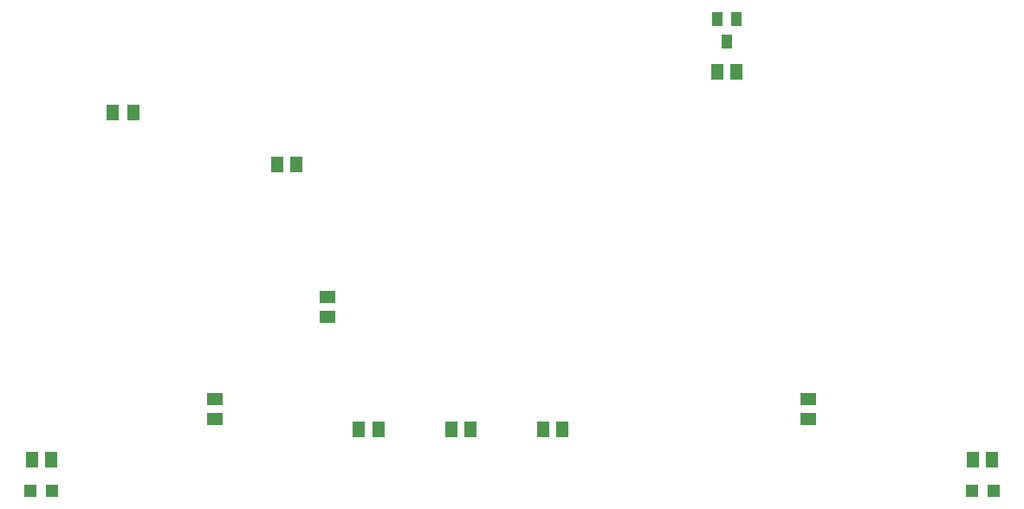
<source format=gbr>
G04 EAGLE Gerber RS-274X export*
G75*
%MOMM*%
%FSLAX34Y34*%
%LPD*%
%INSolderpaste Bottom*%
%IPPOS*%
%AMOC8*
5,1,8,0,0,1.08239X$1,22.5*%
G01*
%ADD10R,1.300000X1.500000*%
%ADD11R,1.600000X1.300000*%
%ADD12R,1.200000X1.200000*%
%ADD13R,1.300000X1.600000*%
%ADD14R,1.000000X1.400000*%


D10*
X-130500Y-270000D03*
X-149500Y-270000D03*
D11*
X-180000Y-160000D03*
X-180000Y-140000D03*
D10*
X-210700Y-10701D03*
X-229700Y-10701D03*
X-40500Y-270000D03*
X-59500Y-270000D03*
X49500Y-270000D03*
X30500Y-270000D03*
D12*
X470500Y-330000D03*
X449500Y-330000D03*
X-449500Y-330000D03*
X-470500Y-330000D03*
D10*
X450400Y-300000D03*
X469400Y-300000D03*
X-469400Y-300000D03*
X-450400Y-300000D03*
X219500Y80000D03*
X200500Y80000D03*
D13*
X-370000Y40000D03*
X-390000Y40000D03*
D11*
X-290000Y-260000D03*
X-290000Y-240000D03*
X290000Y-240000D03*
X290000Y-260000D03*
D14*
X210000Y109000D03*
X219500Y131000D03*
X200500Y131000D03*
M02*

</source>
